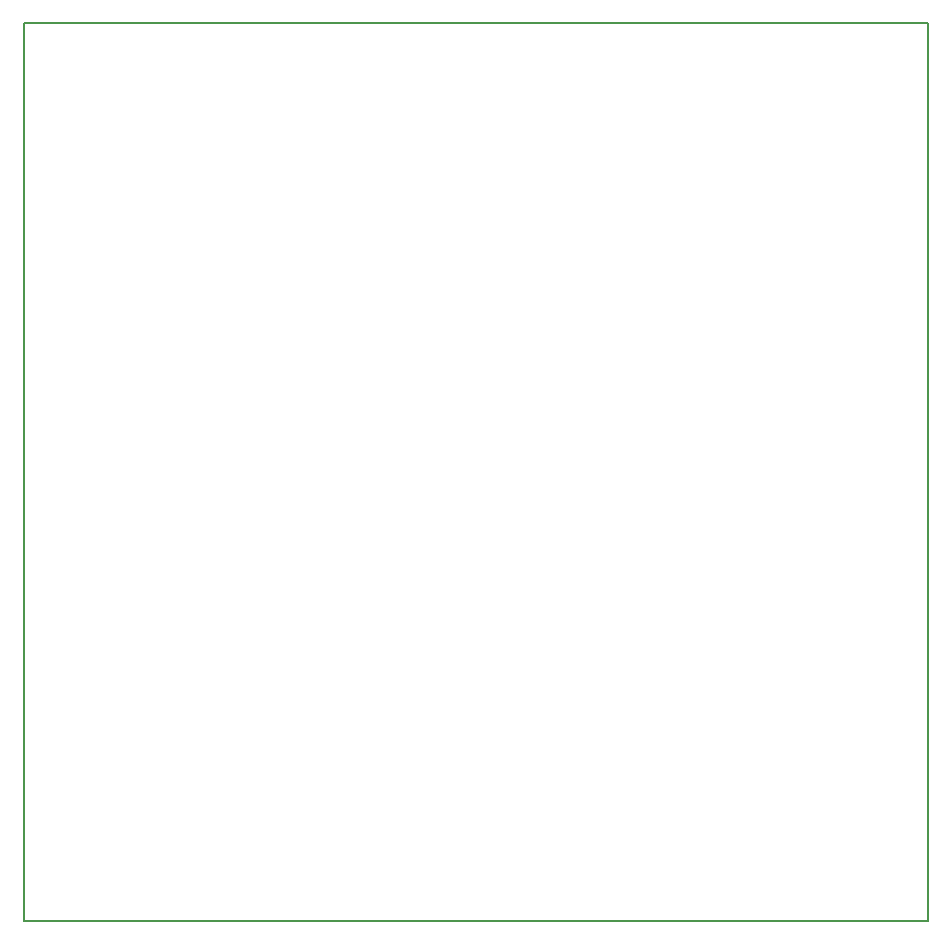
<source format=gbr>
G04 #@! TF.GenerationSoftware,KiCad,Pcbnew,5.1.5-1.fc31*
G04 #@! TF.CreationDate,2020-04-11T11:33:17+02:00*
G04 #@! TF.ProjectId,AT328-aqua-controller,41543332-382d-4617-9175-612d636f6e74,rev?*
G04 #@! TF.SameCoordinates,PX1e53ac0PY62b48e0*
G04 #@! TF.FileFunction,Profile,NP*
%FSLAX46Y46*%
G04 Gerber Fmt 4.6, Leading zero omitted, Abs format (unit mm)*
G04 Created by KiCad (PCBNEW 5.1.5-1.fc31) date 2020-04-11 11:33:17*
%MOMM*%
%LPD*%
G04 APERTURE LIST*
%ADD10C,0.150000*%
G04 APERTURE END LIST*
D10*
X0Y0D02*
X0Y76000000D01*
X76600000Y0D02*
X0Y0D01*
X76600000Y76000000D02*
X76600000Y0D01*
X0Y76000000D02*
X76600000Y76000000D01*
M02*

</source>
